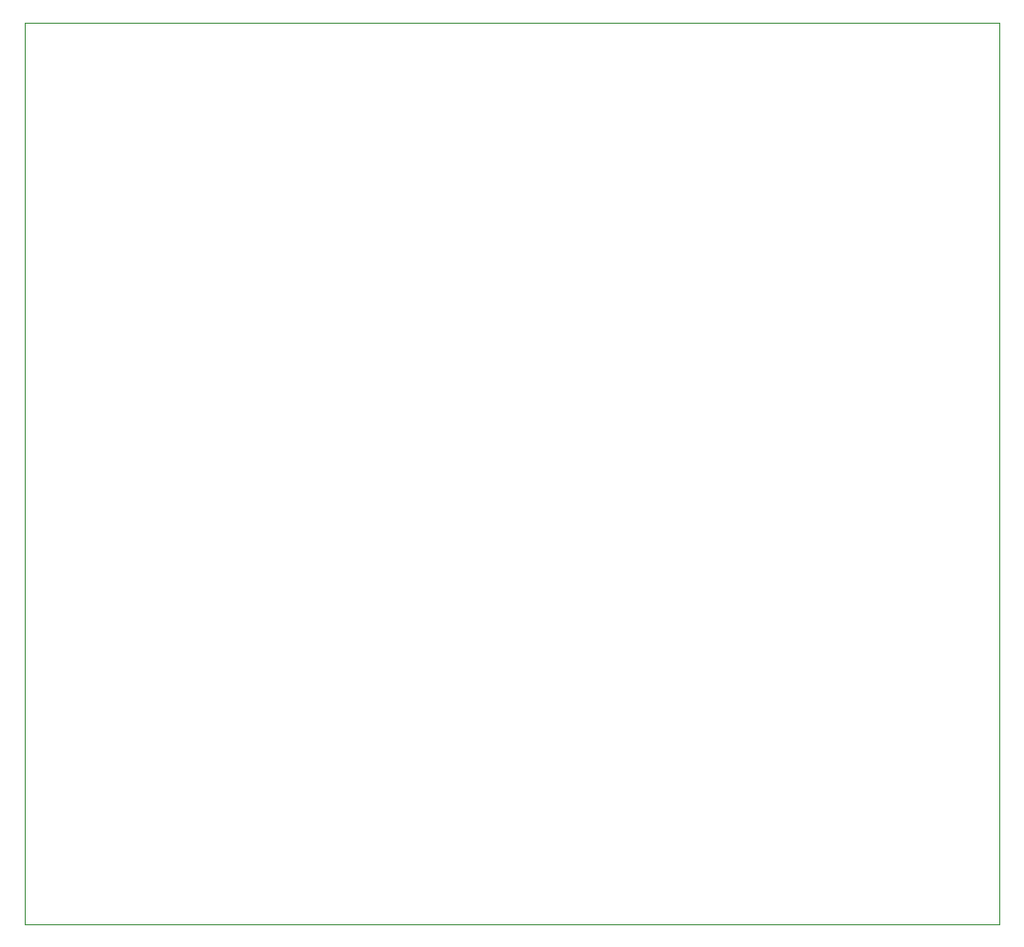
<source format=gbr>
%TF.GenerationSoftware,KiCad,Pcbnew,9.0.0*%
%TF.CreationDate,2025-05-02T07:07:21-06:00*%
%TF.ProjectId,schematic_Mk2.1,73636865-6d61-4746-9963-5f4d6b322e31,rev?*%
%TF.SameCoordinates,Original*%
%TF.FileFunction,Profile,NP*%
%FSLAX46Y46*%
G04 Gerber Fmt 4.6, Leading zero omitted, Abs format (unit mm)*
G04 Created by KiCad (PCBNEW 9.0.0) date 2025-05-02 07:07:21*
%MOMM*%
%LPD*%
G01*
G04 APERTURE LIST*
%TA.AperFunction,Profile*%
%ADD10C,0.050000*%
%TD*%
G04 APERTURE END LIST*
D10*
X95525000Y-52414150D02*
X178950000Y-52414150D01*
X178950000Y-129589150D01*
X95525000Y-129589150D01*
X95525000Y-52414150D01*
M02*

</source>
